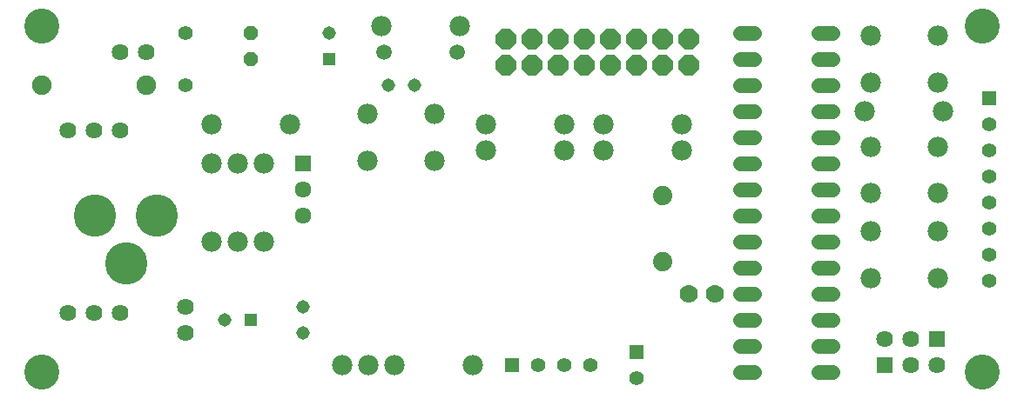
<source format=gbs>
G75*
G70*
%OFA0B0*%
%FSLAX24Y24*%
%IPPOS*%
%LPD*%
%AMOC8*
5,1,8,0,0,1.08239X$1,22.5*
%
%ADD10R,0.0640X0.0640*%
%ADD11C,0.0640*%
%ADD12C,0.0560*%
%ADD13C,0.0780*%
%ADD14C,0.0516*%
%ADD15R,0.0516X0.0516*%
%ADD16OC8,0.0560*%
%ADD17R,0.0634X0.0634*%
%ADD18C,0.0634*%
%ADD19C,0.0555*%
%ADD20C,0.1620*%
%ADD21C,0.0749*%
%ADD22OC8,0.0780*%
%ADD23C,0.0700*%
%ADD24R,0.0555X0.0555*%
%ADD25C,0.0594*%
%ADD26C,0.1340*%
%ADD27C,0.0740*%
D10*
X034333Y001842D03*
X036333Y002842D03*
D11*
X035333Y002842D03*
X034333Y002842D03*
X035333Y001842D03*
X036333Y001842D03*
X007583Y003092D03*
X007583Y004092D03*
X005083Y003842D03*
X004083Y003842D03*
X003083Y003842D03*
X003083Y010842D03*
X004083Y010842D03*
X005083Y010842D03*
X005083Y013842D03*
X006083Y013842D03*
D12*
X028823Y013592D02*
X029343Y013592D01*
X029343Y014592D02*
X028823Y014592D01*
X031823Y014592D02*
X032343Y014592D01*
X032343Y013592D02*
X031823Y013592D01*
X031823Y012592D02*
X032343Y012592D01*
X032343Y011592D02*
X031823Y011592D01*
X031823Y010592D02*
X032343Y010592D01*
X032343Y009592D02*
X031823Y009592D01*
X031823Y008592D02*
X032343Y008592D01*
X032343Y007592D02*
X031823Y007592D01*
X031823Y006592D02*
X032343Y006592D01*
X032343Y005592D02*
X031823Y005592D01*
X031823Y004592D02*
X032343Y004592D01*
X032343Y003592D02*
X031823Y003592D01*
X031823Y002592D02*
X032343Y002592D01*
X032343Y001592D02*
X031823Y001592D01*
X029343Y001592D02*
X028823Y001592D01*
X028823Y002592D02*
X029343Y002592D01*
X029343Y003592D02*
X028823Y003592D01*
X028823Y004592D02*
X029343Y004592D01*
X029343Y005592D02*
X028823Y005592D01*
X028823Y006592D02*
X029343Y006592D01*
X029343Y007592D02*
X028823Y007592D01*
X028823Y008592D02*
X029343Y008592D01*
X029343Y009592D02*
X028823Y009592D01*
X028823Y010592D02*
X029343Y010592D01*
X029343Y011592D02*
X028823Y011592D01*
X028823Y012592D02*
X029343Y012592D01*
D13*
X026583Y011092D03*
X026583Y010092D03*
X023583Y010092D03*
X022083Y010092D03*
X022083Y011092D03*
X023583Y011092D03*
X019083Y011092D03*
X019083Y010092D03*
X017113Y009702D03*
X014553Y009702D03*
X011583Y011092D03*
X014553Y011482D03*
X017113Y011482D03*
X010583Y009592D03*
X009583Y009592D03*
X008583Y009592D03*
X008583Y011092D03*
X015083Y014842D03*
X018083Y014842D03*
X033583Y011592D03*
X033803Y012702D03*
X036363Y012702D03*
X036583Y011592D03*
X036363Y010232D03*
X033803Y010232D03*
X033803Y008452D03*
X036363Y008452D03*
X036363Y006982D03*
X033803Y006982D03*
X033803Y005202D03*
X036363Y005202D03*
X018583Y001842D03*
X015583Y001842D03*
X014583Y001842D03*
X013583Y001842D03*
X010583Y006592D03*
X009583Y006592D03*
X008583Y006592D03*
X033803Y014482D03*
X036363Y014482D03*
D14*
X016333Y012592D03*
X015333Y012592D03*
X013083Y014592D03*
X012083Y004092D03*
X012083Y003092D03*
X009083Y003592D03*
D15*
X010083Y003592D03*
X013083Y013592D03*
D16*
X010083Y013592D03*
X010083Y014592D03*
D17*
X012083Y009592D03*
D18*
X012083Y008592D03*
X012083Y007592D03*
D19*
X007583Y012592D03*
X007583Y014592D03*
X021083Y001842D03*
X022083Y001842D03*
X023083Y001842D03*
X024833Y001342D03*
X038333Y005092D03*
X038333Y006092D03*
X038333Y007092D03*
X038333Y008092D03*
X038333Y009092D03*
X038333Y010092D03*
X038333Y011092D03*
D20*
X006477Y007592D03*
X004115Y007592D03*
X005296Y005742D03*
D21*
X006083Y012592D03*
X002083Y012592D03*
D22*
X019833Y013342D03*
X020833Y013342D03*
X021833Y013342D03*
X022833Y013342D03*
X023833Y013342D03*
X024833Y013342D03*
X025833Y013342D03*
X026833Y013342D03*
X026833Y014342D03*
X025833Y014342D03*
X024833Y014342D03*
X023833Y014342D03*
X022833Y014342D03*
X021833Y014342D03*
X020833Y014342D03*
X019833Y014342D03*
D23*
X026833Y004592D03*
X027833Y004592D03*
D24*
X024833Y002342D03*
X020083Y001842D03*
X038333Y012092D03*
D25*
X017983Y013842D03*
X015183Y013842D03*
D26*
X002083Y001592D03*
X002083Y014842D03*
X038083Y014842D03*
X038083Y001592D03*
D27*
X025833Y005813D03*
X025833Y008372D03*
M02*

</source>
